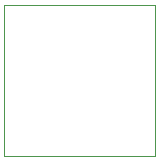
<source format=gbr>
%FSTAX23Y23*%
%MOIN*%
%SFA1B1*%

%IPPOS*%
%ADD92C,0.003937*%
%LNpcb_mechanical_2-1*%
%LPD*%
G54D92*
X05438Y00573D02*
X05941D01*
X05438D02*
Y01076D01*
X05941*
Y00573D02*
Y01076D01*
M02*
</source>
